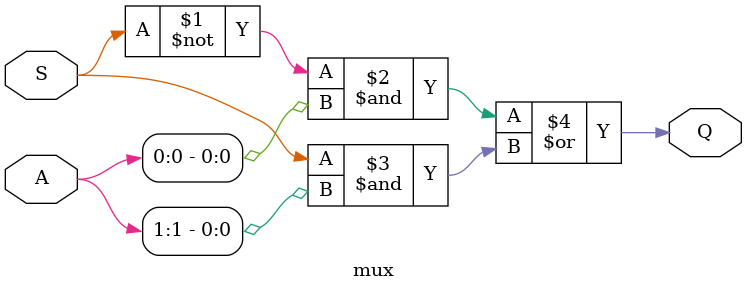
<source format=v>
`timescale 1ns / 1ps
module mux(A,S,Q);
input [1:0] A;
input S;
output Q;

assign Q = ((~S)&A[0])|(S&A[1]);

endmodule

</source>
